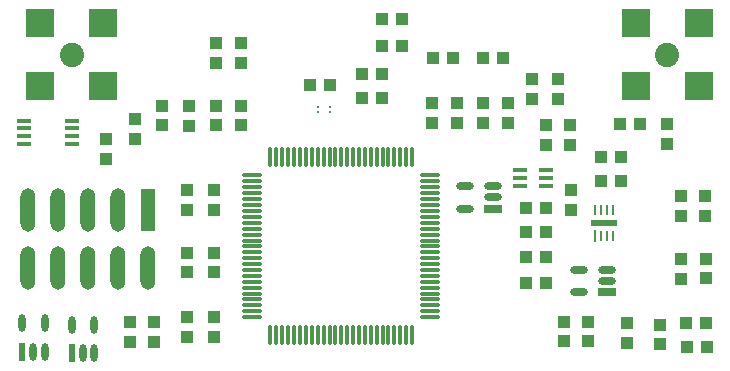
<source format=gtp>
%FSTAX23Y23*%
%MOIN*%
%SFA1B1*%

%IPPOS*%
%ADD10R,0.039370X0.043307*%
%ADD11R,0.043307X0.039370*%
%ADD12R,0.050000X0.144882*%
%ADD13O,0.050000X0.144882*%
%ADD14O,0.059055X0.027559*%
%ADD15R,0.059055X0.027559*%
%ADD16O,0.011811X0.070866*%
%ADD17O,0.070866X0.011811*%
%ADD18R,0.047244X0.013780*%
%ADD19C,0.080709*%
%ADD20R,0.096063X0.096063*%
%ADD21R,0.023622X0.059055*%
%ADD22O,0.023622X0.059055*%
%ADD23R,0.045275X0.017716*%
%ADD24C,0.009843*%
%ADD25R,0.086614X0.024016*%
%ADD26R,0.009843X0.039370*%
%ADD27O,0.009843X0.039370*%
%LNbackscatter_tag_pcb-1*%
%LPD*%
G54D10*
X0381Y03195D03*
Y03128D03*
X02665Y02825D03*
Y02758D03*
X02575Y0255D03*
Y02616D03*
X02755Y03106D03*
Y0304D03*
X0422Y02595D03*
Y02528D03*
X04305Y02596D03*
Y0253D03*
X0267Y03106D03*
Y0304D03*
X0339Y03115D03*
Y03048D03*
X02305Y02928D03*
Y02995D03*
X0356Y03115D03*
Y03048D03*
X02575Y02825D03*
Y02758D03*
X043Y02738D03*
Y02805D03*
X03645Y03115D03*
Y03048D03*
X0258Y03105D03*
Y03038D03*
X02665Y0255D03*
Y02616D03*
X03475Y03115D03*
Y03048D03*
X0249Y03106D03*
Y0304D03*
X03725Y03195D03*
Y03128D03*
X02755Y03315D03*
Y03248D03*
X0267Y03315D03*
Y03248D03*
X0422Y02738D03*
Y02805D03*
X0383Y0232D03*
Y02386D03*
X0391Y0232D03*
Y02386D03*
X0404Y02313D03*
Y0238D03*
X024Y0306D03*
Y02993D03*
X02465Y02318D03*
Y02385D03*
X0415Y0231D03*
Y02376D03*
X02385Y02318D03*
Y02385D03*
X02665Y02333D03*
Y024D03*
X02575Y02333D03*
Y024D03*
X03855Y02825D03*
Y02758D03*
X04175Y02978D03*
Y03045D03*
X0385Y02975D03*
Y03041D03*
X0377Y02975D03*
Y03041D03*
G54D11*
X04305Y0238D03*
X04238D03*
X03225Y0313D03*
X03158D03*
X03225Y0321D03*
X03158D03*
X03626Y03265D03*
X0356D03*
X03393D03*
X0346D03*
X04306Y023D03*
X0424D03*
X03291Y03305D03*
X03225D03*
Y03395D03*
X03291D03*
X02983Y03175D03*
X0305D03*
X04018Y03045D03*
X04085D03*
X03703Y02765D03*
X0377D03*
X03703Y02685D03*
X0377D03*
X03953Y02935D03*
X0402D03*
X03953Y02855D03*
X0402D03*
X03705Y026D03*
X03771D03*
X03705Y02515D03*
X03771D03*
G54D12*
X02445Y02759D03*
G54D13*
X02345Y02759D03*
X02245D03*
X02145D03*
X02045D03*
X02445Y02565D03*
X02345D03*
X02245D03*
X02145D03*
X02045D03*
G54D14*
X0388Y02559D03*
Y02485D03*
X03974Y02559D03*
Y02522D03*
X035Y02837D03*
Y02762D03*
X03595Y02837D03*
Y028D03*
G54D15*
X03974Y02485D03*
X03595Y02762D03*
G54D16*
X03324Y02934D03*
X03304D03*
X03285D03*
X03265D03*
X03245D03*
X03226D03*
X03206D03*
X03186D03*
X03167D03*
X03147D03*
X03127D03*
X03108D03*
X03088D03*
X03068D03*
X03049D03*
X03029D03*
X03009D03*
X0299D03*
X0297D03*
X0295D03*
X0293D03*
X02911D03*
X02891D03*
X02871D03*
X02852D03*
Y0234D03*
X02871D03*
X02891D03*
X02911D03*
X0293D03*
X0295D03*
X0297D03*
X0299D03*
X03009D03*
X03029D03*
X03049D03*
X03068D03*
X03088D03*
X03108D03*
X03127D03*
X03147D03*
X03167D03*
X03186D03*
X03206D03*
X03226D03*
X03245D03*
X03265D03*
X03285D03*
X03304D03*
X03324D03*
G54D17*
X02791Y02873D03*
Y02853D03*
Y02834D03*
Y02814D03*
Y02794D03*
Y02775D03*
Y02755D03*
Y02735D03*
Y02715D03*
Y02696D03*
Y02676D03*
Y02656D03*
Y02637D03*
Y02617D03*
Y02597D03*
Y02578D03*
Y02558D03*
Y02538D03*
Y02519D03*
Y02499D03*
Y02479D03*
Y0246D03*
Y0244D03*
Y0242D03*
Y02401D03*
X03385D03*
Y0242D03*
Y0244D03*
Y0246D03*
Y02479D03*
Y02499D03*
Y02519D03*
Y02538D03*
Y02558D03*
Y02578D03*
Y02597D03*
Y02617D03*
Y02637D03*
Y02656D03*
Y02676D03*
Y02696D03*
Y02715D03*
Y02735D03*
Y02755D03*
Y02775D03*
Y02794D03*
Y02814D03*
Y02834D03*
Y02853D03*
Y02873D03*
G54D18*
X02032Y03055D03*
Y0303D03*
Y03004D03*
Y02978D03*
X0219Y03055D03*
Y0303D03*
Y03004D03*
Y02978D03*
G54D19*
X0219Y03275D03*
X04175D03*
G54D20*
X02294Y0317D03*
Y0338D03*
X02085Y0317D03*
Y0338D03*
X04279Y0317D03*
Y0338D03*
X0407Y0317D03*
Y0338D03*
G54D21*
X02025Y02285D03*
X0219Y0228D03*
G54D22*
X02062Y02285D03*
X021D03*
X02025Y0238D03*
X021D03*
X02227Y0228D03*
X02264D03*
X0219Y02375D03*
X02264D03*
G54D23*
X03685Y0289D03*
Y02864D03*
Y02838D03*
X0377D03*
Y02864D03*
Y0289D03*
G54D24*
X0301Y03083D03*
X03049D03*
X0301Y031D03*
X03049D03*
G54D25*
X03965Y02715D03*
G54D26*
X03935Y02672D03*
G54D27*
X03954Y02672D03*
X03974D03*
X03994D03*
X03935Y02757D03*
X03954D03*
X03974D03*
X03994D03*
M02*
</source>
